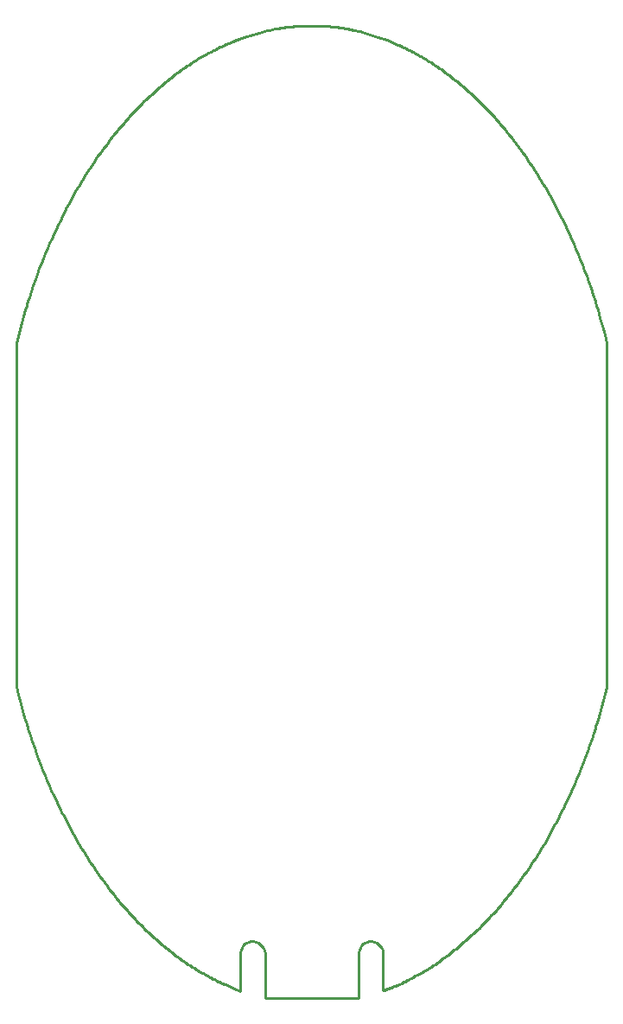
<source format=gko>
G04*
G04 #@! TF.GenerationSoftware,Altium Limited,Altium Designer,21.2.2 (38)*
G04*
G04 Layer_Color=16711935*
%FSAX25Y25*%
%MOIN*%
G70*
G04*
G04 #@! TF.SameCoordinates,A33CE32A-6CF7-472C-A66C-8299AAF89105*
G04*
G04*
G04 #@! TF.FilePolarity,Positive*
G04*
G01*
G75*
%ADD10C,0.01000*%
D10*
X0470210Y0736391D02*
X0473102Y0736370D01*
X0467320Y0736306D02*
X0470210Y0736391D01*
X0465877Y0736210D02*
X0467320Y0736306D01*
X0465588Y0736191D02*
X0465877Y0736210D01*
X0465011Y0736148D02*
X0465588Y0736191D01*
X0464434Y0736101D02*
X0465011Y0736148D01*
X0463858Y0736050D02*
X0464434Y0736101D01*
X0463570Y0736022D02*
X0463858Y0736050D01*
X0463336Y0735999D02*
X0463570Y0736022D01*
X0462870Y0735951D02*
X0463336Y0735999D01*
X0462403Y0735900D02*
X0462870Y0735951D01*
X0461937Y0735846D02*
X0462403Y0735900D01*
X0461704Y0735817D02*
X0461937Y0735846D01*
X0461500Y0735792D02*
X0461704Y0735817D01*
X0461092Y0735740D02*
X0461500Y0735792D01*
X0460685Y0735686D02*
X0461092Y0735740D01*
X0460277Y0735630D02*
X0460685Y0735686D01*
X0460074Y0735600D02*
X0460277Y0735630D01*
X0459892Y0735574D02*
X0460074Y0735600D01*
X0459529Y0735520D02*
X0459892Y0735574D01*
X0459167Y0735464D02*
X0459529Y0735520D01*
X0458805Y0735406D02*
X0459167Y0735464D01*
X0458623Y0735377D02*
X0458805Y0735406D01*
X0457858Y0735247D02*
X0458623Y0735377D01*
X0456894Y0735071D02*
X0457858Y0735247D01*
X0455931Y0734884D02*
X0456894Y0735071D01*
X0454970Y0734684D02*
X0455931Y0734884D01*
X0453986Y0734467D02*
X0454970Y0734684D01*
X0452979Y0734231D02*
X0453986Y0734467D01*
X0451950Y0733976D02*
X0452979Y0734231D01*
X0450874Y0733694D02*
X0451950Y0733976D01*
X0449775Y0733391D02*
X0450874Y0733694D01*
X0448631Y0733057D02*
X0449775Y0733391D01*
X0447442Y0732692D02*
X0448631Y0733057D01*
X0446185Y0732285D02*
X0447442Y0732692D01*
X0444859Y0731832D02*
X0446185Y0732285D01*
X0443444Y0731323D02*
X0444859Y0731832D01*
X0443249Y0731251D02*
X0443444Y0731323D01*
X0442861Y0731105D02*
X0443249Y0731251D01*
X0442473Y0730958D02*
X0442861Y0731105D01*
X0442086Y0730808D02*
X0442473Y0730958D01*
X0441893Y0730733D02*
X0442086Y0730808D01*
X0441676Y0730648D02*
X0441893Y0730733D01*
X0441242Y0730476D02*
X0441676Y0730648D01*
X0440810Y0730301D02*
X0441242Y0730476D01*
X0440378Y0730125D02*
X0440810Y0730301D01*
X0440163Y0730035D02*
X0440378Y0730125D01*
X0439905Y0729928D02*
X0440163Y0730035D01*
X0439393Y0729712D02*
X0439905Y0729928D01*
X0438881Y0729492D02*
X0439393Y0729712D01*
X0438371Y0729269D02*
X0438881Y0729492D01*
X0438117Y0729156D02*
X0438371Y0729269D01*
X0437780Y0729006D02*
X0438117Y0729156D01*
X0437109Y0728701D02*
X0437780Y0729006D01*
X0436440Y0728391D02*
X0437109Y0728701D01*
X0435774Y0728075D02*
X0436440Y0728391D01*
X0435442Y0727914D02*
X0435774Y0728075D01*
X0435193Y0727794D02*
X0435442Y0727914D01*
X0434695Y0727549D02*
X0435193Y0727794D01*
X0434198Y0727301D02*
X0434695Y0727549D01*
X0433703Y0727051D02*
X0434198Y0727301D01*
X0433457Y0726924D02*
X0433703Y0727051D01*
X0432398Y0726371D02*
X0433457Y0726924D01*
X0431315Y0725788D02*
X0432398Y0726371D01*
X0430194Y0725166D02*
X0431315Y0725788D01*
X0429028Y0724498D02*
X0430194Y0725166D01*
X0428943Y0724449D02*
X0429028Y0724498D01*
X0428363Y0724113D02*
X0428943Y0724449D01*
X0427781Y0723780D02*
X0428363Y0724113D01*
X0426613Y0723126D02*
X0427781Y0723780D01*
X0426547Y0723089D02*
X0426613Y0723126D01*
X0426495Y0723059D02*
X0426547Y0723089D01*
X0426444Y0723028D02*
X0426495Y0723059D01*
X0425530Y0722453D02*
X0426444Y0723028D01*
X0424697Y0721917D02*
X0425530Y0722453D01*
X0423869Y0721373D02*
X0424697Y0721917D01*
X0423084Y0720846D02*
X0423869Y0721373D01*
X0422302Y0720312D02*
X0423084Y0720846D01*
X0421525Y0719771D02*
X0422302Y0720312D01*
X0420753Y0719223D02*
X0421525Y0719771D01*
X0419984Y0718669D02*
X0420753Y0719223D01*
X0419221Y0718107D02*
X0419984Y0718669D01*
X0418461Y0717538D02*
X0419221Y0718107D01*
X0417707Y0716964D02*
X0418461Y0717538D01*
X0416956Y0716383D02*
X0417707Y0716964D01*
X0416211Y0715795D02*
X0416956Y0716383D01*
X0415469Y0715201D02*
X0416211Y0715795D01*
X0414733Y0714601D02*
X0415469Y0715201D01*
X0413966Y0713967D02*
X0414733Y0714601D01*
X0413204Y0713325D02*
X0413966Y0713967D01*
X0412447Y0712677D02*
X0413204Y0713325D01*
X0411695Y0712023D02*
X0412447Y0712677D01*
X0410949Y0711362D02*
X0411695Y0712023D01*
X0410207Y0710696D02*
X0410949Y0711362D01*
X0409471Y0710023D02*
X0410207Y0710696D01*
X0408706Y0709314D02*
X0409471Y0710023D01*
X0407947Y0708598D02*
X0408706Y0709314D01*
X0407194Y0707876D02*
X0407947Y0708598D01*
X0406446Y0707149D02*
X0407194Y0707876D01*
X0405672Y0706384D02*
X0406446Y0707149D01*
X0404904Y0705612D02*
X0405672Y0706384D01*
X0404143Y0704834D02*
X0404904Y0705612D01*
X0403356Y0704017D02*
X0404143Y0704834D01*
X0402576Y0703195D02*
X0403356Y0704017D01*
X0401772Y0702332D02*
X0402576Y0703195D01*
X0400976Y0701464D02*
X0401772Y0702332D01*
X0400156Y0700556D02*
X0400976Y0701464D01*
X0399345Y0699641D02*
X0400156Y0700556D01*
X0398512Y0698685D02*
X0399345Y0699641D01*
X0397659Y0697688D02*
X0398512Y0698685D01*
X0396786Y0696651D02*
X0397659Y0697688D01*
X0395894Y0695571D02*
X0396786Y0696651D01*
X0394985Y0694449D02*
X0395894Y0695571D01*
X0394060Y0693284D02*
X0394985Y0694449D01*
X0393395Y0692433D02*
X0394060Y0693284D01*
X0392586Y0691381D02*
X0393395Y0692433D01*
X0391805Y0690347D02*
X0392586Y0691381D01*
X0391031Y0689306D02*
X0391805Y0690347D01*
X0390266Y0688259D02*
X0391031Y0689306D01*
X0389509Y0687205D02*
X0390266Y0688259D01*
X0388760Y0686146D02*
X0389509Y0687205D01*
X0388019Y0685080D02*
X0388760Y0686146D01*
X0387286Y0684009D02*
X0388019Y0685080D01*
X0386544Y0682906D02*
X0387286Y0684009D01*
X0385810Y0681798D02*
X0386544Y0682906D01*
X0385085Y0680684D02*
X0385810Y0681798D01*
X0384368Y0679564D02*
X0385085Y0680684D01*
X0383644Y0678413D02*
X0384368Y0679564D01*
X0382928Y0677257D02*
X0383644Y0678413D01*
X0382220Y0676095D02*
X0382928Y0677257D01*
X0381506Y0674901D02*
X0382220Y0676095D01*
X0380801Y0673702D02*
X0381506Y0674901D01*
X0380089Y0672471D02*
X0380801Y0673702D01*
X0379387Y0671236D02*
X0380089Y0672471D01*
X0378678Y0669968D02*
X0379387Y0671236D01*
X0377980Y0668695D02*
X0378678Y0669968D01*
X0377277Y0667391D02*
X0377980Y0668695D01*
X0376771Y0666436D02*
X0377277Y0667391D01*
X0375881Y0664728D02*
X0376771Y0666436D01*
X0375025Y0663046D02*
X0375881Y0664728D01*
X0374166Y0661319D02*
X0375025Y0663046D01*
X0373323Y0659586D02*
X0374166Y0661319D01*
X0372497Y0657843D02*
X0373323Y0659586D01*
X0371669Y0656058D02*
X0372497Y0657843D01*
X0370857Y0654264D02*
X0371669Y0656058D01*
X0370047Y0652427D02*
X0370857Y0654264D01*
X0369237Y0650546D02*
X0370047Y0652427D01*
X0368445Y0648657D02*
X0369237Y0650546D01*
X0367655Y0646724D02*
X0368445Y0648657D01*
X0366869Y0644748D02*
X0367655Y0646724D01*
X0366088Y0642728D02*
X0366869Y0644748D01*
X0365312Y0640664D02*
X0366088Y0642728D01*
X0364528Y0638519D02*
X0365312Y0640664D01*
X0363754Y0636330D02*
X0364528Y0638519D01*
X0362975Y0634058D02*
X0363754Y0636330D01*
X0362195Y0631706D02*
X0362975Y0634058D01*
X0361689Y0630135D02*
X0362195Y0631706D01*
X0361671Y0630076D02*
X0361689Y0630135D01*
X0361634Y0629947D02*
X0361671Y0630076D01*
X0361415Y0629154D02*
X0361634Y0629947D01*
X0361191Y0628363D02*
X0361415Y0629154D01*
X0360725Y0626783D02*
X0361191Y0628363D01*
X0359980Y0624272D02*
X0360725Y0626783D01*
X0359261Y0621751D02*
X0359980Y0624272D01*
X0358557Y0619181D02*
X0359261Y0621751D01*
X0357870Y0616562D02*
X0358557Y0619181D01*
X0357202Y0613902D02*
X0357870Y0616562D01*
X0357191Y0613852D02*
X0357202Y0613902D01*
X0357191Y0613852D02*
X0357191Y0481544D01*
X0358035Y0478189D01*
X0358904Y0474916D01*
X0359795Y0471730D01*
X0360726Y0468632D01*
X0360962Y0467844D01*
X0361191Y0467054D01*
X0361634Y0465471D01*
X0361650Y0465412D01*
X0361689Y0465284D01*
X0362522Y0462718D01*
X0363337Y0460294D01*
X0364156Y0457945D01*
X0364975Y0455669D01*
X0365793Y0453468D01*
X0366609Y0451339D01*
X0367432Y0449251D01*
X0368263Y0447205D01*
X0369100Y0445199D01*
X0369943Y0443233D01*
X0370790Y0441309D01*
X0371641Y0439424D01*
X0372495Y0437580D01*
X0373367Y0435745D01*
X0374240Y0433950D01*
X0374801Y0432821D01*
X0375500Y0431435D01*
X0376183Y0430107D01*
X0376876Y0428783D01*
X0377565Y0427491D01*
X0378249Y0426231D01*
X0378943Y0424974D01*
X0379632Y0423749D01*
X0380329Y0422530D01*
X0381036Y0421315D01*
X0381736Y0420132D01*
X0382445Y0418953D01*
X0383163Y0417780D01*
X0383874Y0416638D01*
X0384593Y0415502D01*
X0385321Y0414370D01*
X0386058Y0413245D01*
X0386803Y0412126D01*
X0387539Y0411037D01*
X0388284Y0409955D01*
X0389038Y0408878D01*
X0389799Y0407808D01*
X0390200Y0407251D01*
X0391240Y0405830D01*
X0392205Y0404539D01*
X0393123Y0403337D01*
X0394023Y0402181D01*
X0394903Y0401073D01*
X0395761Y0400011D01*
X0396597Y0398994D01*
X0397410Y0398023D01*
X0398231Y0397059D01*
X0399028Y0396139D01*
X0399832Y0395226D01*
X0400610Y0394356D01*
X0401395Y0393494D01*
X0402154Y0392674D01*
X0402917Y0391860D01*
X0403688Y0391053D01*
X0404430Y0390288D01*
X0405178Y0389528D01*
X0405932Y0388775D01*
X0406691Y0388029D01*
X0407456Y0387288D01*
X0408190Y0386588D01*
X0408929Y0385895D01*
X0409674Y0385207D01*
X0410423Y0384525D01*
X0411178Y0383850D01*
X0411938Y0383181D01*
X0412704Y0382519D01*
X0413436Y0381896D01*
X0414172Y0381279D01*
X0414914Y0380667D01*
X0415659Y0380063D01*
X0416410Y0379464D01*
X0417164Y0378872D01*
X0417924Y0378287D01*
X0418688Y0377708D01*
X0419457Y0377136D01*
X0420229Y0376571D01*
X0421007Y0376012D01*
X0421789Y0375462D01*
X0422576Y0374918D01*
X0423368Y0374380D01*
X0424205Y0373823D01*
X0425048Y0373274D01*
X0425895Y0372734D01*
X0426406Y0372414D01*
X0426470Y0372374D01*
X0426522Y0372344D01*
X0426574Y0372314D01*
X0427198Y0371967D01*
X0427782Y0371638D01*
X0428944Y0370969D01*
X0429349Y0370733D01*
X0430164Y0370268D01*
X0430983Y0369811D01*
X0431807Y0369363D01*
X0432222Y0369143D01*
X0432494Y0368998D01*
X0433041Y0368711D01*
X0433590Y0368429D01*
X0434141Y0368150D01*
X0434417Y0368012D01*
X0434643Y0367899D01*
X0435094Y0367677D01*
X0435547Y0367458D01*
X0436001Y0367240D01*
X0436229Y0367133D01*
X0436427Y0367039D01*
X0436825Y0366854D01*
X0437223Y0366670D01*
X0437622Y0366489D01*
X0437822Y0366399D01*
X0439272Y0365763D01*
X0440600Y0365207D01*
X0441856Y0364703D01*
X0443065Y0364239D01*
X0443739Y0363991D01*
Y0378613D01*
Y0379052D01*
X0443910Y0379911D01*
X0444245Y0380721D01*
X0444732Y0381449D01*
X0445352Y0382069D01*
X0446081Y0382556D01*
X0446890Y0382891D01*
X0447750Y0383062D01*
X0448680D01*
X0449646Y0382870D01*
X0450556Y0382493D01*
X0451375Y0381946D01*
X0452072Y0381249D01*
X0452619Y0380431D01*
X0452996Y0379521D01*
X0453188Y0378555D01*
Y0378062D02*
Y0378555D01*
Y0361136D02*
Y0378062D01*
Y0361136D02*
X0456904Y0361135D01*
X0488986D01*
X0489330Y0361215D01*
Y0378613D01*
Y0379052D01*
X0489501Y0379911D01*
X0489836Y0380721D01*
X0490323Y0381449D01*
X0490942Y0382069D01*
X0491671Y0382556D01*
X0492481Y0382891D01*
X0493340Y0383062D01*
X0494271D01*
X0495237Y0382870D01*
X0496147Y0382493D01*
X0496966Y0381946D01*
X0497662Y0381249D01*
X0498209Y0380431D01*
X0498586Y0379521D01*
X0498778Y0378555D01*
Y0378062D02*
Y0378555D01*
Y0364102D02*
Y0378062D01*
Y0364102D02*
X0499162Y0364245D01*
X0499568Y0364399D01*
X0499770Y0364476D01*
X0500000Y0364564D01*
X0500459Y0364743D01*
X0500917Y0364925D01*
X0501373Y0365109D01*
X0501601Y0365202D01*
X0501880Y0365316D01*
X0502436Y0365548D01*
X0502990Y0365783D01*
X0503543Y0366022D01*
X0503819Y0366144D01*
X0504218Y0366320D01*
X0505013Y0366680D01*
X0505804Y0367047D01*
X0506592Y0367422D01*
X0506984Y0367613D01*
X0507205Y0367720D01*
X0507644Y0367937D01*
X0508082Y0368157D01*
X0508519Y0368378D01*
X0508737Y0368491D01*
X0509514Y0368895D01*
X0510292Y0369309D01*
X0511076Y0369735D01*
X0511868Y0370176D01*
X0512671Y0370631D01*
X0513255Y0370970D01*
X0513835Y0371305D01*
X0514417Y0371638D01*
X0515585Y0372292D01*
X0515651Y0372329D01*
X0515703Y0372360D01*
X0515754Y0372390D01*
X0516570Y0372903D01*
X0517320Y0373384D01*
X0518066Y0373872D01*
X0518808Y0374366D01*
X0519545Y0374866D01*
X0520279Y0375373D01*
X0521008Y0375885D01*
X0521735Y0376404D01*
X0522456Y0376928D01*
X0523197Y0377477D01*
X0523935Y0378031D01*
X0524667Y0378592D01*
X0525396Y0379159D01*
X0526120Y0379731D01*
X0526840Y0380310D01*
X0527578Y0380912D01*
X0528311Y0381521D01*
X0529040Y0382136D01*
X0529786Y0382775D01*
X0530528Y0383421D01*
X0531264Y0384073D01*
X0532016Y0384750D01*
X0532764Y0385433D01*
X0533528Y0386142D01*
X0534285Y0386857D01*
X0535058Y0387598D01*
X0535847Y0388366D01*
X0536628Y0389140D01*
X0537424Y0389942D01*
X0538232Y0390770D01*
X0538706Y0391262D01*
X0539608Y0392212D01*
X0540465Y0393131D01*
X0541315Y0394059D01*
X0542158Y0394995D01*
X0542992Y0395939D01*
X0543818Y0396889D01*
X0544636Y0397847D01*
X0545446Y0398813D01*
X0546249Y0399785D01*
X0547044Y0400765D01*
X0547831Y0401750D01*
X0548610Y0402743D01*
X0549382Y0403743D01*
X0550145Y0404748D01*
X0550902Y0405761D01*
X0551650Y0406779D01*
X0552391Y0407803D01*
X0553123Y0408833D01*
X0553849Y0409869D01*
X0554596Y0410953D01*
X0555335Y0412044D01*
X0556066Y0413140D01*
X0556788Y0414242D01*
X0557503Y0415349D01*
X0558237Y0416507D01*
X0558962Y0417670D01*
X0559678Y0418838D01*
X0560413Y0420056D01*
X0561138Y0421281D01*
X0561854Y0422510D01*
X0562586Y0423790D01*
X0563308Y0425075D01*
X0564045Y0426411D01*
X0564771Y0427752D01*
X0565511Y0429145D01*
X0566263Y0430589D01*
X0567027Y0432085D01*
X0567801Y0433633D01*
X0568240Y0434526D01*
X0569133Y0436376D01*
X0570008Y0438234D01*
X0570864Y0440101D01*
X0571718Y0442007D01*
X0572565Y0443951D01*
X0573408Y0445935D01*
X0574243Y0447957D01*
X0575071Y0450019D01*
X0575891Y0452119D01*
X0576713Y0454290D01*
X0577525Y0456499D01*
X0578336Y0458779D01*
X0579145Y0461129D01*
X0579960Y0463582D01*
X0580509Y0465284D01*
X0580527Y0465342D01*
X0580548Y0465413D01*
X0580564Y0465472D01*
X0580783Y0466264D01*
X0581007Y0467055D01*
X0581473Y0468636D01*
X0582215Y0471136D01*
X0582923Y0473617D01*
X0583617Y0476147D01*
X0584294Y0478724D01*
X0584964Y0481391D01*
X0585011Y0481586D01*
Y0613844D01*
X0584170Y0617200D02*
X0585011Y0613844D01*
X0583304Y0620474D02*
X0584170Y0617200D01*
X0582416Y0623660D02*
X0583304Y0620474D01*
X0581472Y0626786D02*
X0582416Y0623660D01*
X0581236Y0627574D02*
X0581472Y0626786D01*
X0581006Y0628364D02*
X0581236Y0627574D01*
X0580564Y0629948D02*
X0581006Y0628364D01*
X0580548Y0630006D02*
X0580564Y0629948D01*
X0580509Y0630134D02*
X0580548Y0630006D01*
X0579676Y0632700D02*
X0580509Y0630134D01*
X0578861Y0635124D02*
X0579676Y0632700D01*
X0578042Y0637473D02*
X0578861Y0635124D01*
X0577223Y0639749D02*
X0578042Y0637473D01*
X0576404Y0641951D02*
X0577223Y0639749D01*
X0575589Y0644079D02*
X0576404Y0641951D01*
X0574765Y0646167D02*
X0575589Y0644079D01*
X0573935Y0648213D02*
X0574765Y0646167D01*
X0573098Y0650219D02*
X0573935Y0648213D01*
X0572255Y0652185D02*
X0573098Y0650219D01*
X0571408Y0654110D02*
X0572255Y0652185D01*
X0570557Y0655994D02*
X0571408Y0654110D01*
X0569702Y0657838D02*
X0570557Y0655994D01*
X0568831Y0659673D02*
X0569702Y0657838D01*
X0567958Y0661468D02*
X0568831Y0659673D01*
X0567397Y0662598D02*
X0567958Y0661468D01*
X0566698Y0663983D02*
X0567397Y0662598D01*
X0566015Y0665311D02*
X0566698Y0663983D01*
X0565322Y0666635D02*
X0566015Y0665311D01*
X0564633Y0667927D02*
X0565322Y0666635D01*
X0563948Y0669187D02*
X0564633Y0667927D01*
X0563254Y0670444D02*
X0563948Y0669187D01*
X0562566Y0671669D02*
X0563254Y0670444D01*
X0561869Y0672888D02*
X0562566Y0671669D01*
X0561162Y0674103D02*
X0561869Y0672888D01*
X0560462Y0675286D02*
X0561162Y0674103D01*
X0559753Y0676465D02*
X0560462Y0675286D01*
X0559035Y0677638D02*
X0559753Y0676465D01*
X0558324Y0678780D02*
X0559035Y0677638D01*
X0557604Y0679917D02*
X0558324Y0678780D01*
X0556876Y0681048D02*
X0557604Y0679917D01*
X0556140Y0682173D02*
X0556876Y0681048D01*
X0555395Y0683292D02*
X0556140Y0682173D01*
X0554658Y0684381D02*
X0555395Y0683292D01*
X0553913Y0685463D02*
X0554658Y0684381D01*
X0553160Y0686540D02*
X0553913Y0685463D01*
X0552399Y0687610D02*
X0553160Y0686540D01*
X0551998Y0688168D02*
X0552399Y0687610D01*
X0550958Y0689588D02*
X0551998Y0688168D01*
X0549992Y0690879D02*
X0550958Y0689588D01*
X0549074Y0692081D02*
X0549992Y0690879D01*
X0548175Y0693237D02*
X0549074Y0692081D01*
X0547295Y0694345D02*
X0548175Y0693237D01*
X0546437Y0695408D02*
X0547295Y0694345D01*
X0545601Y0696424D02*
X0546437Y0695408D01*
X0544788Y0697395D02*
X0545601Y0696424D01*
X0543967Y0698359D02*
X0544788Y0697395D01*
X0543170Y0699279D02*
X0543967Y0698359D01*
X0542366Y0700192D02*
X0543170Y0699279D01*
X0541587Y0701062D02*
X0542366Y0700192D01*
X0540802Y0701925D02*
X0541587Y0701062D01*
X0540044Y0702744D02*
X0540802Y0701925D01*
X0539280Y0703558D02*
X0540044Y0702744D01*
X0538509Y0704365D02*
X0539280Y0703558D01*
X0537768Y0705130D02*
X0538509Y0704365D01*
X0537020Y0705890D02*
X0537768Y0705130D01*
X0536266Y0706643D02*
X0537020Y0705890D01*
X0535507Y0707390D02*
X0536266Y0706643D01*
X0534742Y0708131D02*
X0535507Y0707390D01*
X0534008Y0708830D02*
X0534742Y0708131D01*
X0533269Y0709523D02*
X0534008Y0708830D01*
X0532524Y0710211D02*
X0533269Y0709523D01*
X0531775Y0710893D02*
X0532524Y0710211D01*
X0531019Y0711568D02*
X0531775Y0710893D01*
X0530259Y0712237D02*
X0531019Y0711568D01*
X0529494Y0712899D02*
X0530259Y0712237D01*
X0528762Y0713523D02*
X0529494Y0712899D01*
X0528026Y0714140D02*
X0528762Y0713523D01*
X0527284Y0714751D02*
X0528026Y0714140D01*
X0526539Y0715355D02*
X0527284Y0714751D01*
X0525788Y0715954D02*
X0526539Y0715355D01*
X0525034Y0716546D02*
X0525788Y0715954D01*
X0524274Y0717131D02*
X0525034Y0716546D01*
X0523510Y0717710D02*
X0524274Y0717131D01*
X0522741Y0718282D02*
X0523510Y0717710D01*
X0521968Y0718847D02*
X0522741Y0718282D01*
X0521190Y0719406D02*
X0521968Y0718847D01*
X0520408Y0719956D02*
X0521190Y0719406D01*
X0519622Y0720501D02*
X0520408Y0719956D01*
X0518830Y0721038D02*
X0519622Y0720501D01*
X0517993Y0721595D02*
X0518830Y0721038D01*
X0517150Y0722144D02*
X0517993Y0721595D01*
X0516303Y0722684D02*
X0517150Y0722144D01*
X0515792Y0723004D02*
X0516303Y0722684D01*
X0515728Y0723043D02*
X0515792Y0723004D01*
X0515637Y0723096D02*
X0515728Y0723043D01*
X0515585Y0723126D02*
X0515637Y0723096D01*
X0515000Y0723452D02*
X0515585Y0723126D01*
X0514416Y0723781D02*
X0515000Y0723452D01*
X0513255Y0724449D02*
X0514416Y0723781D01*
X0512843Y0724689D02*
X0513255Y0724449D01*
X0512016Y0725161D02*
X0512843Y0724689D01*
X0511183Y0725624D02*
X0512016Y0725161D01*
X0510347Y0726079D02*
X0511183Y0725624D01*
X0509926Y0726302D02*
X0510347Y0726079D01*
X0509650Y0726449D02*
X0509926Y0726302D01*
X0509096Y0726738D02*
X0509650Y0726449D01*
X0508540Y0727024D02*
X0509096Y0726738D01*
X0507982Y0727306D02*
X0508540Y0727024D01*
X0507702Y0727445D02*
X0507982Y0727306D01*
X0507477Y0727557D02*
X0507702Y0727445D01*
X0507026Y0727779D02*
X0507477Y0727557D01*
X0506573Y0727998D02*
X0507026Y0727779D01*
X0506119Y0728214D02*
X0506573Y0727998D01*
X0505892Y0728322D02*
X0506119Y0728214D01*
X0505693Y0728415D02*
X0505892Y0728322D01*
X0505295Y0728600D02*
X0505693Y0728415D01*
X0504897Y0728783D02*
X0505295Y0728600D01*
X0504497Y0728964D02*
X0504897Y0728783D01*
X0504297Y0729054D02*
X0504497Y0728964D01*
X0502846Y0729689D02*
X0504297Y0729054D01*
X0501492Y0730255D02*
X0502846Y0729689D01*
X0500235Y0730757D02*
X0501492Y0730255D01*
X0499025Y0731219D02*
X0500235Y0730757D01*
X0497890Y0731635D02*
X0499025Y0731219D01*
X0496777Y0732025D02*
X0497890Y0731635D01*
X0495714Y0732382D02*
X0496777Y0732025D01*
X0494674Y0732717D02*
X0495714Y0732382D01*
X0493658Y0733030D02*
X0494674Y0732717D01*
X0492667Y0733322D02*
X0493658Y0733030D01*
X0491700Y0733593D02*
X0492667Y0733322D01*
X0490757Y0733846D02*
X0491700Y0733593D01*
X0489813Y0734087D02*
X0490757Y0733846D01*
X0488894Y0734310D02*
X0489813Y0734087D01*
X0487973Y0734522D02*
X0488894Y0734310D01*
X0487078Y0734717D02*
X0487973Y0734522D01*
X0486602Y0734816D02*
X0487078Y0734717D01*
X0486401Y0734857D02*
X0486602Y0734816D01*
X0485999Y0734937D02*
X0486401Y0734857D01*
X0485596Y0735015D02*
X0485999Y0734937D01*
X0485193Y0735091D02*
X0485596Y0735015D01*
X0484992Y0735128D02*
X0485193Y0735091D01*
X0484761Y0735170D02*
X0484992Y0735128D01*
X0484300Y0735251D02*
X0484761Y0735170D01*
X0483839Y0735330D02*
X0484300Y0735251D01*
X0483376Y0735405D02*
X0483839Y0735330D01*
X0483145Y0735442D02*
X0483376Y0735405D01*
X0482860Y0735487D02*
X0483145Y0735442D01*
X0482288Y0735572D02*
X0482860Y0735487D01*
X0481716Y0735653D02*
X0482288Y0735572D01*
X0481143Y0735730D02*
X0481716Y0735653D01*
X0480857Y0735766D02*
X0481143Y0735730D01*
X0480430Y0735820D02*
X0480857Y0735766D01*
X0479574Y0735919D02*
X0480430Y0735820D01*
X0478718Y0736008D02*
X0479574Y0735919D01*
X0477861Y0736088D02*
X0478718Y0736008D01*
X0477432Y0736123D02*
X0477861Y0736088D01*
X0475991Y0736241D02*
X0477432Y0736123D01*
X0473102Y0736370D02*
X0475991Y0736241D01*
M02*

</source>
